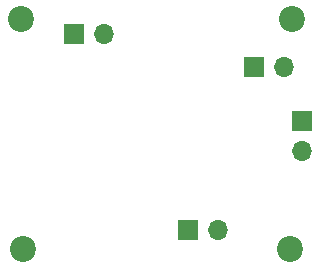
<source format=gbr>
%TF.GenerationSoftware,KiCad,Pcbnew,(6.0.2)*%
%TF.CreationDate,2022-05-16T05:59:01+03:00*%
%TF.ProjectId,FLIM_laser,464c494d-5f6c-4617-9365-722e6b696361,rev?*%
%TF.SameCoordinates,Original*%
%TF.FileFunction,Soldermask,Bot*%
%TF.FilePolarity,Negative*%
%FSLAX46Y46*%
G04 Gerber Fmt 4.6, Leading zero omitted, Abs format (unit mm)*
G04 Created by KiCad (PCBNEW (6.0.2)) date 2022-05-16 05:59:01*
%MOMM*%
%LPD*%
G01*
G04 APERTURE LIST*
%ADD10R,1.700000X1.700000*%
%ADD11O,1.700000X1.700000*%
%ADD12C,2.200000*%
G04 APERTURE END LIST*
D10*
%TO.C,J4*%
X162600000Y-59200000D03*
D11*
X165140000Y-59200000D03*
%TD*%
D12*
%TO.C,REF\u002A\u002A*%
X148400000Y-41400000D03*
%TD*%
D10*
%TO.C,J1*%
X168200000Y-45400000D03*
D11*
X170740000Y-45400000D03*
%TD*%
D10*
%TO.C,J2*%
X152925000Y-42600000D03*
D11*
X155465000Y-42600000D03*
%TD*%
D10*
%TO.C,J3*%
X172200000Y-50000000D03*
D11*
X172200000Y-52540000D03*
%TD*%
D12*
%TO.C,REF\u002A\u002A*%
X171400000Y-41400000D03*
%TD*%
%TO.C,REF\u002A\u002A*%
X148600000Y-60800000D03*
%TD*%
%TO.C,REF\u002A\u002A*%
X171200000Y-60800000D03*
%TD*%
M02*

</source>
